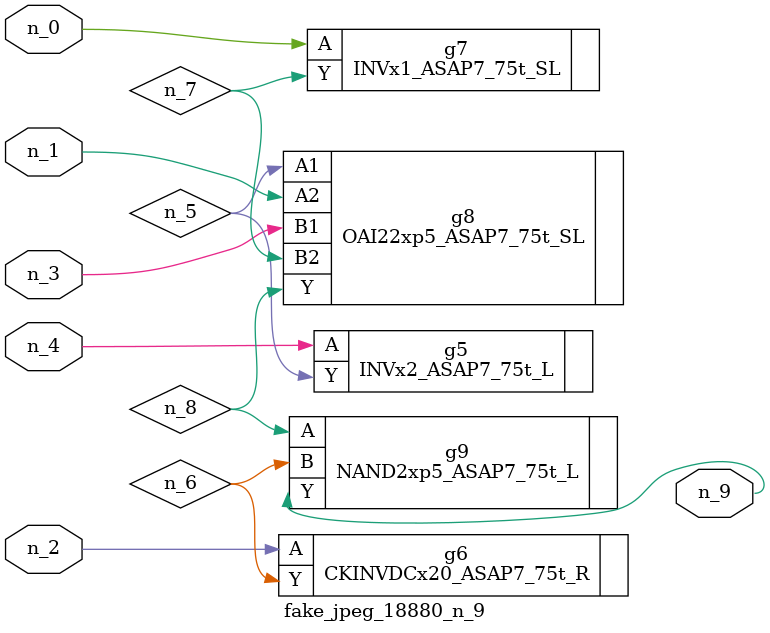
<source format=v>
module fake_jpeg_18880_n_9 (n_3, n_2, n_1, n_0, n_4, n_9);

input n_3;
input n_2;
input n_1;
input n_0;
input n_4;

output n_9;

wire n_8;
wire n_6;
wire n_5;
wire n_7;

INVx2_ASAP7_75t_L g5 ( 
.A(n_4),
.Y(n_5)
);

CKINVDCx20_ASAP7_75t_R g6 ( 
.A(n_2),
.Y(n_6)
);

INVx1_ASAP7_75t_SL g7 ( 
.A(n_0),
.Y(n_7)
);

OAI22xp5_ASAP7_75t_SL g8 ( 
.A1(n_5),
.A2(n_1),
.B1(n_3),
.B2(n_7),
.Y(n_8)
);

NAND2xp5_ASAP7_75t_L g9 ( 
.A(n_8),
.B(n_6),
.Y(n_9)
);


endmodule
</source>
